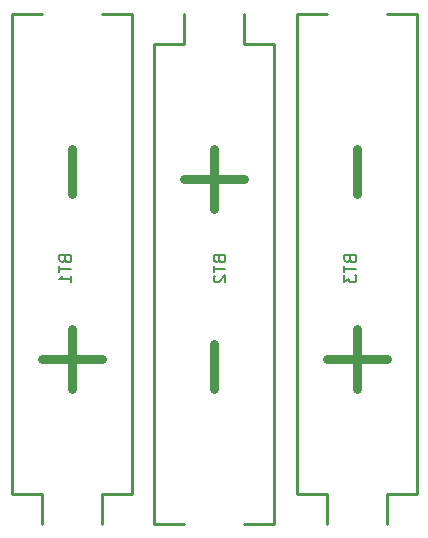
<source format=gbr>
G04 #@! TF.FileFunction,Legend,Bot*
%FSLAX46Y46*%
G04 Gerber Fmt 4.6, Leading zero omitted, Abs format (unit mm)*
G04 Created by KiCad (PCBNEW 4.0.1-3.201512221402+6198~38~ubuntu15.04.1-stable) date Sat 16 Apr 2016 12:43:45 PM EDT*
%MOMM*%
G01*
G04 APERTURE LIST*
%ADD10C,0.100000*%
%ADD11C,0.762000*%
%ADD12C,0.254000*%
%ADD13C,0.150000*%
G04 APERTURE END LIST*
D10*
D11*
X209550000Y-90170000D02*
X209550000Y-86360000D01*
X207010000Y-72390000D02*
X212090000Y-72390000D01*
X209550000Y-69850000D02*
X209550000Y-74930000D01*
D12*
X204470000Y-60960000D02*
X207010000Y-60960000D01*
X207010000Y-60960000D02*
X207010000Y-58420000D01*
X212090000Y-101600000D02*
X214630000Y-101600000D01*
X214630000Y-101600000D02*
X214630000Y-60960000D01*
X214630000Y-60960000D02*
X212090000Y-60960000D01*
X212090000Y-60960000D02*
X212090000Y-58420000D01*
X204470000Y-60960000D02*
X204470000Y-101600000D01*
X204470000Y-101600000D02*
X207010000Y-101600000D01*
D11*
X197485000Y-69850000D02*
X197485000Y-73660000D01*
X200025000Y-87630000D02*
X194945000Y-87630000D01*
X197485000Y-90170000D02*
X197485000Y-85090000D01*
D12*
X202565000Y-99060000D02*
X200025000Y-99060000D01*
X200025000Y-99060000D02*
X200025000Y-101600000D01*
X194945000Y-58420000D02*
X192405000Y-58420000D01*
X192405000Y-58420000D02*
X192405000Y-99060000D01*
X192405000Y-99060000D02*
X194945000Y-99060000D01*
X194945000Y-99060000D02*
X194945000Y-101600000D01*
X202565000Y-99060000D02*
X202565000Y-58420000D01*
X202565000Y-58420000D02*
X200025000Y-58420000D01*
D11*
X221615000Y-69850000D02*
X221615000Y-73660000D01*
X224155000Y-87630000D02*
X219075000Y-87630000D01*
X221615000Y-90170000D02*
X221615000Y-85090000D01*
D12*
X226695000Y-99060000D02*
X224155000Y-99060000D01*
X224155000Y-99060000D02*
X224155000Y-101600000D01*
X219075000Y-58420000D02*
X216535000Y-58420000D01*
X216535000Y-58420000D02*
X216535000Y-99060000D01*
X216535000Y-99060000D02*
X219075000Y-99060000D01*
X219075000Y-99060000D02*
X219075000Y-101600000D01*
X226695000Y-99060000D02*
X226695000Y-58420000D01*
X226695000Y-58420000D02*
X224155000Y-58420000D01*
D13*
X209978571Y-79224286D02*
X210026190Y-79367143D01*
X210073810Y-79414762D01*
X210169048Y-79462381D01*
X210311905Y-79462381D01*
X210407143Y-79414762D01*
X210454762Y-79367143D01*
X210502381Y-79271905D01*
X210502381Y-78890952D01*
X209502381Y-78890952D01*
X209502381Y-79224286D01*
X209550000Y-79319524D01*
X209597619Y-79367143D01*
X209692857Y-79414762D01*
X209788095Y-79414762D01*
X209883333Y-79367143D01*
X209930952Y-79319524D01*
X209978571Y-79224286D01*
X209978571Y-78890952D01*
X209502381Y-79748095D02*
X209502381Y-80319524D01*
X210502381Y-80033809D02*
X209502381Y-80033809D01*
X209597619Y-80605238D02*
X209550000Y-80652857D01*
X209502381Y-80748095D01*
X209502381Y-80986191D01*
X209550000Y-81081429D01*
X209597619Y-81129048D01*
X209692857Y-81176667D01*
X209788095Y-81176667D01*
X209930952Y-81129048D01*
X210502381Y-80557619D01*
X210502381Y-81176667D01*
X196913571Y-79224286D02*
X196961190Y-79367143D01*
X197008810Y-79414762D01*
X197104048Y-79462381D01*
X197246905Y-79462381D01*
X197342143Y-79414762D01*
X197389762Y-79367143D01*
X197437381Y-79271905D01*
X197437381Y-78890952D01*
X196437381Y-78890952D01*
X196437381Y-79224286D01*
X196485000Y-79319524D01*
X196532619Y-79367143D01*
X196627857Y-79414762D01*
X196723095Y-79414762D01*
X196818333Y-79367143D01*
X196865952Y-79319524D01*
X196913571Y-79224286D01*
X196913571Y-78890952D01*
X196437381Y-79748095D02*
X196437381Y-80319524D01*
X197437381Y-80033809D02*
X196437381Y-80033809D01*
X197437381Y-81176667D02*
X197437381Y-80605238D01*
X197437381Y-80890952D02*
X196437381Y-80890952D01*
X196580238Y-80795714D01*
X196675476Y-80700476D01*
X196723095Y-80605238D01*
X221043571Y-79224286D02*
X221091190Y-79367143D01*
X221138810Y-79414762D01*
X221234048Y-79462381D01*
X221376905Y-79462381D01*
X221472143Y-79414762D01*
X221519762Y-79367143D01*
X221567381Y-79271905D01*
X221567381Y-78890952D01*
X220567381Y-78890952D01*
X220567381Y-79224286D01*
X220615000Y-79319524D01*
X220662619Y-79367143D01*
X220757857Y-79414762D01*
X220853095Y-79414762D01*
X220948333Y-79367143D01*
X220995952Y-79319524D01*
X221043571Y-79224286D01*
X221043571Y-78890952D01*
X220567381Y-79748095D02*
X220567381Y-80319524D01*
X221567381Y-80033809D02*
X220567381Y-80033809D01*
X220567381Y-80557619D02*
X220567381Y-81176667D01*
X220948333Y-80843333D01*
X220948333Y-80986191D01*
X220995952Y-81081429D01*
X221043571Y-81129048D01*
X221138810Y-81176667D01*
X221376905Y-81176667D01*
X221472143Y-81129048D01*
X221519762Y-81081429D01*
X221567381Y-80986191D01*
X221567381Y-80700476D01*
X221519762Y-80605238D01*
X221472143Y-80557619D01*
M02*

</source>
